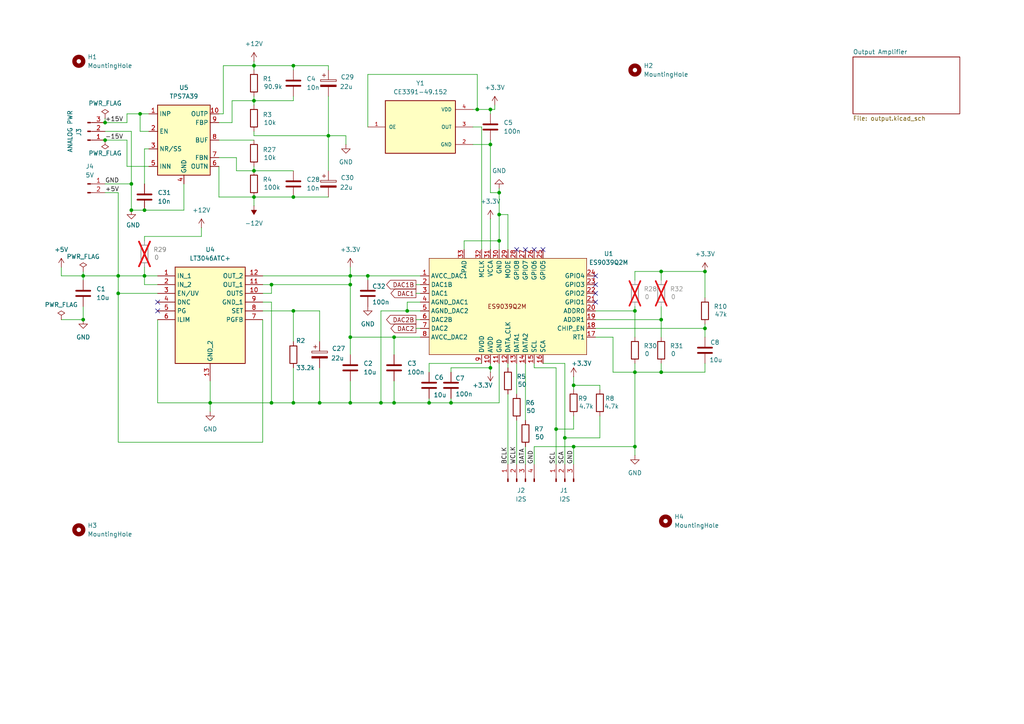
<source format=kicad_sch>
(kicad_sch (version 20250114) (generator "eeschema") (generator_version "9.0")
  (paper "A4")
  (lib_symbols
    (symbol "Connector:Conn_01x02_Pin" (pin_names (offset 1.016) (hide yes))
      (property "Reference" "J" (at 0 2.54 0))
      (property "Value" "Conn_01x02_Pin" (at 0 -5.08 0))
      (symbol "Conn_01x02_Pin_1_1"
        (rectangle (start 0.8636 0.127) (end 0 -0.127) (stroke (width 0.1524)) (fill (type outline)))
        (rectangle (start 0.8636 -2.413) (end 0 -2.667) (stroke (width 0.1524)) (fill (type outline)))
        (polyline (pts (xy 1.27 0) (xy 0.8636 0)) (stroke (width 0.1524)))
        (polyline (pts (xy 1.27 -2.54) (xy 0.8636 -2.54)) (stroke (width 0.1524)))
        (pin passive line (at 5.08 0 180) (length 3.81) (name "Pin_1") (number "1"))
        (pin passive line (at 5.08 -2.54 180) (length 3.81) (name "Pin_2") (number "2"))
      )
    )
    (symbol "Connector:Conn_01x03_Pin" (pin_names (offset 1.016) (hide yes))
      (property "Reference" "J" (at 0 5.08 0))
      (property "Value" "Conn_01x03_Pin" (at 0 -5.08 0))
      (symbol "Conn_01x03_Pin_1_1"
        (rectangle (start 0.8636 2.667) (end 0 2.413) (stroke (width 0.1524)) (fill (type outline)))
        (rectangle (start 0.8636 0.127) (end 0 -0.127) (stroke (width 0.1524)) (fill (type outline)))
        (rectangle (start 0.8636 -2.413) (end 0 -2.667) (stroke (width 0.1524)) (fill (type outline)))
        (polyline (pts (xy 1.27 2.54) (xy 0.8636 2.54)) (stroke (width 0.1524)))
        (polyline (pts (xy 1.27 0) (xy 0.8636 0)) (stroke (width 0.1524)))
        (polyline (pts (xy 1.27 -2.54) (xy 0.8636 -2.54)) (stroke (width 0.1524)))
        (pin passive line (at 5.08 2.54 180) (length 3.81) (name "Pin_1") (number "1"))
        (pin passive line (at 5.08 0 180) (length 3.81) (name "Pin_2") (number "2"))
        (pin passive line (at 5.08 -2.54 180) (length 3.81) (name "Pin_3") (number "3"))
      )
    )
    (symbol "Connector:Conn_01x04_Pin" (pin_names (offset 1.016) (hide yes))
      (property "Reference" "J" (at 0 5.08 0))
      (property "Value" "Conn_01x04_Pin" (at 0 -7.62 0))
      (symbol "Conn_01x04_Pin_1_1"
        (rectangle (start 0.8636 2.667) (end 0 2.413) (stroke (width 0.1524)) (fill (type outline)))
        (rectangle (start 0.8636 0.127) (end 0 -0.127) (stroke (width 0.1524)) (fill (type outline)))
        (rectangle (start 0.8636 -2.413) (end 0 -2.667) (stroke (width 0.1524)) (fill (type outline)))
        (rectangle (start 0.8636 -4.953) (end 0 -5.207) (stroke (width 0.1524)) (fill (type outline)))
        (polyline (pts (xy 1.27 2.54) (xy 0.8636 2.54)) (stroke (width 0.1524)))
        (polyline (pts (xy 1.27 0) (xy 0.8636 0)) (stroke (width 0.1524)))
        (polyline (pts (xy 1.27 -2.54) (xy 0.8636 -2.54)) (stroke (width 0.1524)))
        (polyline (pts (xy 1.27 -5.08) (xy 0.8636 -5.08)) (stroke (width 0.1524)))
        (pin passive line (at 5.08 2.54 180) (length 3.81) (name "Pin_1") (number "1"))
        (pin passive line (at 5.08 0 180) (length 3.81) (name "Pin_2") (number "2"))
        (pin passive line (at 5.08 -2.54 180) (length 3.81) (name "Pin_3") (number "3"))
        (pin passive line (at 5.08 -5.08 180) (length 3.81) (name "Pin_4") (number "4"))
      )
    )
    (symbol "Custom:CE33xx" (pin_names (offset 1.016))
      (property "Reference" "Y" (at -10.16 8.128 0))
      (property "Value" "CE33xx" (at -10.16 -10.16 0))
      (symbol "CE33xx_0_0"
        (rectangle (start -10.16 -7.62) (end 10.16 7.62) (stroke (width 0.254)) (fill (type background)))
        (pin input line (at -15.24 0 0) (length 5.08) (name "OE") (number "1"))
        (pin power_in line (at 15.24 5.08 180) (length 5.08) (name "VDD") (number "4"))
        (pin output line (at 15.24 0 180) (length 5.08) (name "OUT") (number "3"))
        (pin power_in line (at 15.24 -5.08 180) (length 5.08) (name "GND") (number "2"))
      )
    )
    (symbol "Custom:ES9039Q2M"
      (property "Reference" "U" (at 0 4.826 0))
      (symbol "ES9039Q2M_1_1"
        (rectangle (start -22.86 13.97) (end 22.86 -13.97) (fill (type background)))
        (text "ES9039Q2M" (at -0.254 0 0) (effects (font (size 1.27 1.27))))
        (pin power_in line (at -25.4 8.89 0) (length 2.54) (name "AVCC_DAC1") (number "1"))
        (pin output line (at -25.4 6.35 0) (length 2.54) (name "DAC1B") (number "2"))
        (pin output line (at -25.4 3.81 0) (length 2.54) (name "DAC1") (number "3"))
        (pin power_in line (at -25.4 1.27 0) (length 2.54) (name "AGND_DAC1") (number "4"))
        (pin power_in line (at -25.4 -1.27 0) (length 2.54) (name "AGND_DAC2") (number "5"))
        (pin output line (at -25.4 -3.81 0) (length 2.54) (name "DAC2B") (number "6"))
        (pin output line (at -25.4 -6.35 0) (length 2.54) (name "DAC2") (number "7"))
        (pin power_in line (at -25.4 -8.89 0) (length 2.54) (name "AVCC_DAC2") (number "8"))
        (pin power_in line (at -12.7 16.51 270) (length 2.54) (name "PAD") (number "33"))
        (pin bidirectional line (at -7.62 16.51 270) (length 2.54) (name "MCLK") (number "32"))
        (pin power_out line (at -7.62 -16.51 90) (length 2.54) (name "DVDD") (number "9"))
        (pin power_in line (at -5.08 16.51 270) (length 2.54) (name "VCCA") (number "31"))
        (pin power_in line (at -5.08 -16.51 90) (length 2.54) (name "AVDD") (number "10"))
        (pin power_in line (at -2.54 16.51 270) (length 2.54) (name "GND") (number "30"))
        (pin power_in line (at -2.54 -16.51 90) (length 2.54) (name "GND") (number "11"))
        (pin bidirectional line (at 0 16.51 270) (length 2.54) (name "MODE") (number "29"))
        (pin input line (at 0 -16.51 90) (length 2.54) (name "DATA_CLK") (number "12"))
        (pin bidirectional line (at 2.54 16.51 270) (length 2.54) (name "GPIO8") (number "28"))
        (pin input line (at 2.54 -16.51 90) (length 2.54) (name "DATA1") (number "13"))
        (pin bidirectional line (at 5.08 16.51 270) (length 2.54) (name "GPIO7") (number "27"))
        (pin input line (at 5.08 -16.51 90) (length 2.54) (name "DATA2") (number "14"))
        (pin bidirectional line (at 7.62 16.51 270) (length 2.54) (name "GPIO6") (number "26"))
        (pin input line (at 7.62 -16.51 90) (length 2.54) (name "SCL") (number "15"))
        (pin bidirectional line (at 10.16 16.51 270) (length 2.54) (name "GPIO5") (number "25"))
        (pin input line (at 10.16 -16.51 90) (length 2.54) (name "SCA") (number "16"))
        (pin bidirectional line (at 25.4 8.89 180) (length 2.54) (name "GPIO4") (number "24"))
        (pin bidirectional line (at 25.4 6.35 180) (length 2.54) (name "GPIO3") (number "23"))
        (pin bidirectional line (at 25.4 3.81 180) (length 2.54) (name "GPIO2") (number "22"))
        (pin bidirectional line (at 25.4 1.27 180) (length 2.54) (name "GPIO1") (number "21"))
        (pin input line (at 25.4 -1.27 180) (length 2.54) (name "ADDR0") (number "20"))
        (pin input line (at 25.4 -3.81 180) (length 2.54) (name "ADDR1") (number "19"))
        (pin input line (at 25.4 -6.35 180) (length 2.54) (name "CHIP_EN") (number "18"))
        (pin bidirectional line (at 25.4 -8.89 180) (length 2.54) (name "RT1") (number "17"))
      )
    )
    (symbol "Custom:LT3046ATC+"
      (property "Reference" "IC" (at 26.67 7.62 0))
      (property "Value" "LT3046ATC+" (at 26.67 5.08 0))
      (symbol "LT3046ATC+_1_1"
        (rectangle (start 5.08 2.54) (end 25.4 -25.4) (stroke (width 0.254)) (fill (type background)))
        (pin power_in line (at 0 0 0) (length 5.08) (name "IN_1") (number "1"))
        (pin power_in line (at 0 -2.54 0) (length 5.08) (name "IN_2") (number "2"))
        (pin input line (at 0 -5.08 0) (length 5.08) (name "EN/UV") (number "3"))
        (pin passive line (at 0 -7.62 0) (length 5.08) (name "DNC") (number "4"))
        (pin passive line (at 0 -10.16 0) (length 5.08) (name "PG") (number "5"))
        (pin passive line (at 0 -12.7 0) (length 5.08) (name "ILIM") (number "6"))
        (pin power_in line (at 15.24 -30.48 90) (length 5.08) (name "GND_2") (number "13"))
        (pin passive line (at 30.48 0 180) (length 5.08) (name "OUT_2") (number "12"))
        (pin power_out line (at 30.48 -2.54 180) (length 5.08) (name "OUT_1") (number "11"))
        (pin passive line (at 30.48 -5.08 180) (length 5.08) (name "OUTS") (number "10"))
        (pin power_in line (at 30.48 -7.62 180) (length 5.08) (name "GND_1") (number "9"))
        (pin input line (at 30.48 -10.16 180) (length 5.08) (name "SET") (number "8"))
        (pin passive line (at 30.48 -12.7 180) (length 5.08) (name "PGFB") (number "7"))
      )
    )
    (symbol "Device:C" (pin_numbers (hide yes)) (pin_names (offset 0.254))
      (property "Reference" "C" (at 0.635 2.54 0))
      (property "Value" "C" (at 0.635 -2.54 0))
      (symbol "C_0_1"
        (polyline (pts (xy -2.032 0.762) (xy 2.032 0.762)) (stroke (width 0.508)))
        (polyline (pts (xy -2.032 -0.762) (xy 2.032 -0.762)) (stroke (width 0.508)))
      )
      (symbol "C_1_1"
        (pin passive line (at 0 3.81 270) (length 2.794) (name "~") (number "1"))
        (pin passive line (at 0 -3.81 90) (length 2.794) (name "~") (number "2"))
      )
    )
    (symbol "Device:C_Polarized" (pin_numbers (hide yes)) (pin_names (offset 0.254))
      (property "Reference" "C" (at 0.635 2.54 0))
      (property "Value" "C_Polarized" (at 0.635 -2.54 0))
      (symbol "C_Polarized_0_1"
        (rectangle (start -2.286 0.508) (end 2.286 1.016))
        (polyline (pts (xy -1.778 2.286) (xy -0.762 2.286)))
        (polyline (pts (xy -1.27 2.794) (xy -1.27 1.778)))
        (rectangle (start 2.286 -0.508) (end -2.286 -1.016) (fill (type outline)))
      )
      (symbol "C_Polarized_1_1"
        (pin passive line (at 0 3.81 270) (length 2.794) (name "~") (number "1"))
        (pin passive line (at 0 -3.81 90) (length 2.794) (name "~") (number "2"))
      )
    )
    (symbol "Device:R" (pin_numbers (hide yes)) (pin_names (offset 0))
      (property "Reference" "R" (at 2.032 0 90))
      (property "Value" "R" (at 0 0 90))
      (symbol "R_0_1"
        (rectangle (start -1.016 -2.54) (end 1.016 2.54) (stroke (width 0.254)))
      )
      (symbol "R_1_1"
        (pin passive line (at 0 3.81 270) (length 1.27) (name "~") (number "1"))
        (pin passive line (at 0 -3.81 90) (length 1.27) (name "~") (number "2"))
      )
    )
    (symbol "Mechanical:MountingHole" (pin_names (offset 1.016)) (in_bom no)
      (property "Reference" "H" (at 0 5.08 0))
      (property "Value" "MountingHole" (at 0 3.175 0))
      (symbol "MountingHole_0_1"
        (circle (center 0 0) (radius 1.27) (stroke (width 1.27)))
      )
    )
    (symbol "Regulator_Linear:TPS7A39"
      (property "Reference" "U" (at 0 13.97 0))
      (property "Value" "TPS7A39" (at 0 11.43 0))
      (symbol "TPS7A39_1_1"
        (rectangle (start -7.62 10.16) (end 7.62 -10.16) (stroke (width 0.254)) (fill (type background)))
        (pin power_in line (at -10.16 7.62 0) (length 2.54) (name "INP") (number "1"))
        (pin input line (at -10.16 2.54 0) (length 2.54) (name "EN") (number "2"))
        (pin passive line (at -10.16 -2.54 0) (length 2.54) (name "NR/SS") (number "3"))
        (pin power_in line (at -10.16 -7.62 0) (length 2.54) (name "INN") (number "5"))
        (pin passive line (at 0 -12.7 90) (length 2.54) (hide yes) (name "GND") (number "11"))
        (pin power_in line (at 0 -12.7 90) (length 2.54) (name "GND") (number "4"))
        (pin power_out line (at 10.16 7.62 180) (length 2.54) (name "OUTP") (number "10"))
        (pin input line (at 10.16 5.08 180) (length 2.54) (name "FBP") (number "9"))
        (pin output line (at 10.16 0 180) (length 2.54) (name "BUF") (number "8"))
        (pin input line (at 10.16 -5.08 180) (length 2.54) (name "FBN") (number "7"))
        (pin power_out line (at 10.16 -7.62 180) (length 2.54) (name "OUTN") (number "6"))
      )
    )
    (symbol "power:+12V" (power) (pin_numbers (hide yes)) (pin_names (offset 0) (hide yes))
      (property "Value" "+12V" (at 0 3.556 0))
      (symbol "+12V_0_1"
        (polyline (pts (xy -0.762 1.27) (xy 0 2.54)))
        (polyline (pts (xy 0 2.54) (xy 0.762 1.27)))
        (polyline (pts (xy 0 0) (xy 0 2.54)))
      )
      (symbol "+12V_1_1"
        (pin power_in line (at 0 0 90) (length 0) (name "~") (number "1"))
      )
    )
    (symbol "power:+3.3V" (power) (pin_numbers (hide yes)) (pin_names (offset 0) (hide yes))
      (property "Value" "+3.3V" (at 0 3.556 0))
      (symbol "+3.3V_0_1"
        (polyline (pts (xy -0.762 1.27) (xy 0 2.54)))
        (polyline (pts (xy 0 2.54) (xy 0.762 1.27)))
        (polyline (pts (xy 0 0) (xy 0 2.54)))
      )
      (symbol "+3.3V_1_1"
        (pin power_in line (at 0 0 90) (length 0) (name "~") (number "1"))
      )
    )
    (symbol "power:+5V" (power) (pin_numbers (hide yes)) (pin_names (offset 0) (hide yes))
      (property "Value" "+5V" (at 0 3.556 0))
      (symbol "+5V_0_1"
        (polyline (pts (xy -0.762 1.27) (xy 0 2.54)))
        (polyline (pts (xy 0 2.54) (xy 0.762 1.27)))
        (polyline (pts (xy 0 0) (xy 0 2.54)))
      )
      (symbol "+5V_1_1"
        (pin power_in line (at 0 0 90) (length 0) (name "~") (number "1"))
      )
    )
    (symbol "power:-12V" (power) (pin_numbers (hide yes)) (pin_names (offset 0) (hide yes))
      (property "Value" "-12V" (at 0 3.556 0))
      (symbol "-12V_0_0"
        (pin power_in line (at 0 0 90) (length 0) (name "~") (number "1"))
      )
      (symbol "-12V_0_1"
        (polyline (pts (xy 0 0) (xy 0 1.27) (xy 0.762 1.27) (xy 0 2.54) (xy -0.762 1.27) (xy 0 1.27)) (fill (type outline)))
      )
    )
    (symbol "power:GND" (power) (pin_numbers (hide yes)) (pin_names (offset 0) (hide yes))
      (property "Value" "GND" (at 0 -3.81 0))
      (symbol "GND_0_1"
        (polyline (pts (xy 0 0) (xy 0 -1.27) (xy 1.27 -1.27) (xy 0 -2.54) (xy -1.27 -1.27) (xy 0 -1.27)))
      )
      (symbol "GND_1_1"
        (pin power_in line (at 0 0 270) (length 0) (name "~") (number "1"))
      )
    )
    (symbol "power:PWR_FLAG" (power) (pin_numbers (hide yes)) (pin_names (offset 0) (hide yes))
      (property "Value" "PWR_FLAG" (at 0 3.81 0))
      (symbol "PWR_FLAG_0_0"
        (pin power_out line (at 0 0 90) (length 0) (name "~") (number "1"))
      )
      (symbol "PWR_FLAG_0_1"
        (polyline (pts (xy 0 0) (xy 0 1.27) (xy -1.016 1.905) (xy 0 2.54) (xy 1.016 1.905) (xy 0 1.27)))
      )
    )
  )
  (junction (at 78.74 82.55))
  (junction (at 166.37 111.76))
  (junction (at 142.24 31.75))
  (junction (at 24.13 92.71))
  (junction (at 184.15 129.54))
  (junction (at 41.91 60.96))
  (junction (at 95.25 39.37))
  (junction (at 163.83 127))
  (junction (at 41.91 80.01))
  (junction (at 142.24 106.68))
  (junction (at 34.29 85.09))
  (junction (at 40.64 33.02))
  (junction (at 73.66 29.21))
  (junction (at 124.46 116.84))
  (junction (at 92.71 116.84))
  (junction (at 101.6 82.55))
  (junction (at 24.13 80.01))
  (junction (at 144.78 62.23))
  (junction (at 38.1 53.34))
  (junction (at 144.78 55.88))
  (junction (at 191.77 92.71))
  (junction (at 101.6 116.84))
  (junction (at 130.81 116.84))
  (junction (at 60.96 116.84))
  (junction (at 85.09 19.05))
  (junction (at 110.49 116.84))
  (junction (at 166.37 129.54))
  (junction (at 85.09 116.84))
  (junction (at 73.66 57.15))
  (junction (at 138.43 31.75))
  (junction (at 101.6 80.01))
  (junction (at 85.09 57.15))
  (junction (at 114.3 97.79))
  (junction (at 142.24 41.91))
  (junction (at 30.48 40.64))
  (junction (at 114.3 116.84))
  (junction (at 144.78 69.85))
  (junction (at 184.15 107.95))
  (junction (at 73.66 19.05))
  (junction (at 161.29 124.46))
  (junction (at 204.47 78.74))
  (junction (at 106.68 80.01))
  (junction (at 73.66 49.53))
  (junction (at 184.15 90.17))
  (junction (at 191.77 78.74))
  (junction (at 204.47 95.25))
  (junction (at 38.1 60.96))
  (junction (at 101.6 97.79))
  (junction (at 118.11 90.17))
  (junction (at 30.48 35.56))
  (junction (at 34.29 80.01))
  (junction (at 191.77 107.95))
  (junction (at 85.09 90.17))
  (junction (at 78.74 116.84))
  (no_connect (at 152.4 72.39))
  (no_connect (at 149.86 72.39))
  (no_connect (at 172.72 87.63))
  (no_connect (at 154.94 72.39))
  (no_connect (at 45.72 90.17))
  (no_connect (at 45.72 87.63))
  (no_connect (at 172.72 82.55))
  (no_connect (at 172.72 85.09))
  (no_connect (at 172.72 80.01))
  (no_connect (at 157.48 72.39))
  (wire (pts (xy 184.15 107.95) (xy 191.77 107.95)))
  (wire (pts (xy 92.71 99.06) (xy 92.71 90.17)))
  (wire (pts (xy 166.37 109.22) (xy 166.37 111.76)))
  (wire (pts (xy 184.15 105.41) (xy 184.15 107.95)))
  (wire (pts (xy 38.1 38.1) (xy 38.1 53.34)))
  (wire (pts (xy 76.2 87.63) (xy 78.74 87.63)))
  (wire (pts (xy 114.3 116.84) (xy 124.46 116.84)))
  (wire (pts (xy 138.43 21.59) (xy 138.43 31.75)))
  (wire (pts (xy 130.81 106.68) (xy 130.81 107.95)))
  (wire (pts (xy 144.78 54.61) (xy 144.78 55.88)))
  (wire (pts (xy 191.77 105.41) (xy 191.77 107.95)))
  (wire (pts (xy 43.18 43.18) (xy 41.91 43.18)))
  (wire (pts (xy 95.25 39.37) (xy 95.25 49.53)))
  (wire (pts (xy 163.83 105.41) (xy 163.83 127)))
  (wire (pts (xy 63.5 40.64) (xy 73.66 40.64)))
  (wire (pts (xy 142.24 106.68) (xy 130.81 106.68)))
  (wire (pts (xy 38.1 60.96) (xy 41.91 60.96)))
  (wire (pts (xy 152.4 105.41) (xy 152.4 121.92)))
  (wire (pts (xy 17.78 80.01) (xy 24.13 80.01)))
  (wire (pts (xy 85.09 90.17) (xy 85.09 99.06)))
  (wire (pts (xy 92.71 106.68) (xy 92.71 116.84)))
  (wire (pts (xy 101.6 116.84) (xy 110.49 116.84)))
  (wire (pts (xy 134.62 72.39) (xy 134.62 69.85)))
  (wire (pts (xy 24.13 80.01) (xy 34.29 80.01)))
  (wire (pts (xy 137.16 36.83) (xy 139.7 36.83)))
  (wire (pts (xy 163.83 127) (xy 163.83 134.62)))
  (wire (pts (xy 184.15 88.9) (xy 184.15 90.17)))
  (wire (pts (xy 41.91 80.01) (xy 41.91 82.55)))
  (wire (pts (xy 63.5 45.72) (xy 68.58 45.72)))
  (wire (pts (xy 114.3 110.49) (xy 114.3 116.84)))
  (wire (pts (xy 106.68 80.01) (xy 121.92 80.01)))
  (wire (pts (xy 78.74 85.09) (xy 78.74 82.55)))
  (wire (pts (xy 144.78 62.23) (xy 147.32 62.23)))
  (wire (pts (xy 73.66 19.05) (xy 73.66 20.32)))
  (wire (pts (xy 76.2 128.27) (xy 34.29 128.27)))
  (wire (pts (xy 120.65 85.09) (xy 121.92 85.09)))
  (wire (pts (xy 157.48 105.41) (xy 163.83 105.41)))
  (wire (pts (xy 30.48 34.29) (xy 30.48 35.56)))
  (wire (pts (xy 73.66 57.15) (xy 85.09 57.15)))
  (wire (pts (xy 17.78 77.47) (xy 17.78 80.01)))
  (wire (pts (xy 92.71 116.84) (xy 101.6 116.84)))
  (wire (pts (xy 149.86 105.41) (xy 149.86 114.3)))
  (wire (pts (xy 137.16 41.91) (xy 142.24 41.91)))
  (wire (pts (xy 73.66 39.37) (xy 73.66 38.1)))
  (wire (pts (xy 184.15 78.74) (xy 191.77 78.74)))
  (wire (pts (xy 73.66 57.15) (xy 63.5 57.15)))
  (wire (pts (xy 166.37 120.65) (xy 166.37 124.46)))
  (wire (pts (xy 142.24 55.88) (xy 144.78 55.88)))
  (wire (pts (xy 166.37 129.54) (xy 184.15 129.54)))
  (wire (pts (xy 173.99 127) (xy 163.83 127)))
  (wire (pts (xy 64.77 19.05) (xy 64.77 33.02)))
  (wire (pts (xy 63.5 57.15) (xy 63.5 48.26)))
  (wire (pts (xy 142.24 31.75) (xy 142.24 33.02)))
  (wire (pts (xy 36.83 48.26) (xy 43.18 48.26)))
  (wire (pts (xy 124.46 115.57) (xy 124.46 116.84)))
  (wire (pts (xy 76.2 90.17) (xy 85.09 90.17)))
  (wire (pts (xy 40.64 33.02) (xy 43.18 33.02)))
  (wire (pts (xy 41.91 80.01) (xy 45.72 80.01)))
  (wire (pts (xy 166.37 129.54) (xy 154.94 129.54)))
  (wire (pts (xy 144.78 69.85) (xy 144.78 72.39)))
  (wire (pts (xy 41.91 77.47) (xy 41.91 80.01)))
  (wire (pts (xy 184.15 107.95) (xy 184.15 129.54)))
  (wire (pts (xy 78.74 116.84) (xy 85.09 116.84)))
  (wire (pts (xy 120.65 82.55) (xy 121.92 82.55)))
  (wire (pts (xy 73.66 27.94) (xy 73.66 29.21)))
  (wire (pts (xy 34.29 55.88) (xy 34.29 80.01)))
  (wire (pts (xy 161.29 106.68) (xy 161.29 124.46)))
  (wire (pts (xy 30.48 55.88) (xy 34.29 55.88)))
  (wire (pts (xy 154.94 106.68) (xy 161.29 106.68)))
  (wire (pts (xy 95.25 19.05) (xy 95.25 20.32)))
  (wire (pts (xy 34.29 80.01) (xy 34.29 85.09)))
  (wire (pts (xy 138.43 31.75) (xy 142.24 31.75)))
  (wire (pts (xy 191.77 78.74) (xy 204.47 78.74)))
  (wire (pts (xy 64.77 33.02) (xy 63.5 33.02)))
  (wire (pts (xy 142.24 40.64) (xy 142.24 41.91)))
  (wire (pts (xy 110.49 90.17) (xy 110.49 116.84)))
  (wire (pts (xy 142.24 106.68) (xy 142.24 107.95)))
  (wire (pts (xy 41.91 69.85) (xy 41.91 68.58)))
  (wire (pts (xy 45.72 116.84) (xy 60.96 116.84)))
  (wire (pts (xy 36.83 40.64) (xy 36.83 48.26)))
  (wire (pts (xy 24.13 88.9) (xy 24.13 92.71)))
  (wire (pts (xy 114.3 97.79) (xy 121.92 97.79)))
  (wire (pts (xy 60.96 110.49) (xy 60.96 116.84)))
  (wire (pts (xy 53.34 53.34) (xy 53.34 60.96)))
  (wire (pts (xy 144.78 62.23) (xy 144.78 69.85)))
  (wire (pts (xy 173.99 111.76) (xy 166.37 111.76)))
  (wire (pts (xy 191.77 107.95) (xy 204.47 107.95)))
  (wire (pts (xy 106.68 81.28) (xy 106.68 80.01)))
  (wire (pts (xy 139.7 105.41) (xy 124.46 105.41)))
  (wire (pts (xy 85.09 20.32) (xy 85.09 19.05)))
  (wire (pts (xy 101.6 97.79) (xy 101.6 102.87)))
  (wire (pts (xy 36.83 33.02) (xy 40.64 33.02)))
  (wire (pts (xy 142.24 105.41) (xy 142.24 106.68)))
  (wire (pts (xy 101.6 97.79) (xy 114.3 97.79)))
  (wire (pts (xy 204.47 93.98) (xy 204.47 95.25)))
  (wire (pts (xy 204.47 78.74) (xy 204.47 86.36)))
  (wire (pts (xy 154.94 105.41) (xy 154.94 106.68)))
  (wire (pts (xy 30.48 40.64) (xy 36.83 40.64)))
  (wire (pts (xy 40.64 33.02) (xy 40.64 38.1)))
  (wire (pts (xy 64.77 19.05) (xy 73.66 19.05)))
  (wire (pts (xy 137.16 31.75) (xy 138.43 31.75)))
  (wire (pts (xy 73.66 39.37) (xy 95.25 39.37)))
  (wire (pts (xy 110.49 90.17) (xy 118.11 90.17)))
  (wire (pts (xy 17.78 92.71) (xy 24.13 92.71)))
  (wire (pts (xy 60.96 116.84) (xy 60.96 119.38)))
  (wire (pts (xy 76.2 82.55) (xy 78.74 82.55)))
  (wire (pts (xy 204.47 95.25) (xy 172.72 95.25)))
  (wire (pts (xy 45.72 82.55) (xy 41.91 82.55)))
  (wire (pts (xy 68.58 45.72) (xy 68.58 49.53)))
  (wire (pts (xy 36.83 33.02) (xy 36.83 35.56)))
  (wire (pts (xy 142.24 55.88) (xy 142.24 41.91)))
  (wire (pts (xy 121.92 87.63) (xy 118.11 87.63)))
  (wire (pts (xy 76.2 80.01) (xy 101.6 80.01)))
  (wire (pts (xy 73.66 59.69) (xy 73.66 57.15)))
  (wire (pts (xy 130.81 116.84) (xy 144.78 116.84)))
  (wire (pts (xy 73.66 49.53) (xy 85.09 49.53)))
  (wire (pts (xy 101.6 80.01) (xy 101.6 82.55)))
  (wire (pts (xy 101.6 110.49) (xy 101.6 116.84)))
  (wire (pts (xy 24.13 78.74) (xy 24.13 80.01)))
  (wire (pts (xy 147.32 105.41) (xy 147.32 106.68)))
  (wire (pts (xy 41.91 43.18) (xy 41.91 53.34)))
  (wire (pts (xy 152.4 129.54) (xy 152.4 134.62)))
  (wire (pts (xy 67.31 29.21) (xy 67.31 35.56)))
  (wire (pts (xy 106.68 36.83) (xy 106.68 21.59)))
  (wire (pts (xy 118.11 87.63) (xy 118.11 90.17)))
  (wire (pts (xy 144.78 105.41) (xy 144.78 116.84)))
  (wire (pts (xy 95.25 39.37) (xy 100.33 39.37)))
  (wire (pts (xy 120.65 95.25) (xy 121.92 95.25)))
  (wire (pts (xy 67.31 29.21) (xy 73.66 29.21)))
  (wire (pts (xy 73.66 17.78) (xy 73.66 19.05)))
  (wire (pts (xy 204.47 95.25) (xy 204.47 97.79)))
  (wire (pts (xy 41.91 60.96) (xy 53.34 60.96)))
  (wire (pts (xy 161.29 124.46) (xy 166.37 124.46)))
  (wire (pts (xy 30.48 35.56) (xy 36.83 35.56)))
  (wire (pts (xy 73.66 19.05) (xy 85.09 19.05)))
  (wire (pts (xy 177.8 107.95) (xy 184.15 107.95)))
  (wire (pts (xy 204.47 105.41) (xy 204.47 107.95)))
  (wire (pts (xy 73.66 29.21) (xy 85.09 29.21)))
  (wire (pts (xy 85.09 57.15) (xy 95.25 57.15)))
  (wire (pts (xy 24.13 81.28) (xy 24.13 80.01)))
  (wire (pts (xy 142.24 31.75) (xy 143.51 31.75)))
  (wire (pts (xy 85.09 106.68) (xy 85.09 116.84)))
  (wire (pts (xy 34.29 80.01) (xy 41.91 80.01)))
  (wire (pts (xy 143.51 30.48) (xy 143.51 31.75)))
  (wire (pts (xy 191.77 78.74) (xy 191.77 81.28)))
  (wire (pts (xy 34.29 128.27) (xy 34.29 85.09)))
  (wire (pts (xy 78.74 82.55) (xy 101.6 82.55)))
  (wire (pts (xy 166.37 134.62) (xy 166.37 129.54)))
  (wire (pts (xy 124.46 116.84) (xy 130.81 116.84)))
  (wire (pts (xy 172.72 92.71) (xy 191.77 92.71)))
  (wire (pts (xy 95.25 27.94) (xy 95.25 39.37)))
  (wire (pts (xy 43.18 38.1) (xy 40.64 38.1)))
  (wire (pts (xy 58.42 66.04) (xy 58.42 68.58)))
  (wire (pts (xy 106.68 21.59) (xy 138.43 21.59)))
  (wire (pts (xy 130.81 115.57) (xy 130.81 116.84)))
  (wire (pts (xy 142.24 63.5) (xy 142.24 72.39)))
  (wire (pts (xy 191.77 92.71) (xy 191.77 97.79)))
  (wire (pts (xy 101.6 77.47) (xy 101.6 80.01)))
  (wire (pts (xy 173.99 113.03) (xy 173.99 111.76)))
  (wire (pts (xy 76.2 92.71) (xy 76.2 128.27)))
  (wire (pts (xy 166.37 111.76) (xy 166.37 113.03)))
  (wire (pts (xy 173.99 120.65) (xy 173.99 127)))
  (wire (pts (xy 184.15 90.17) (xy 184.15 97.79)))
  (wire (pts (xy 41.91 68.58) (xy 58.42 68.58)))
  (wire (pts (xy 92.71 90.17) (xy 85.09 90.17)))
  (wire (pts (xy 73.66 29.21) (xy 73.66 30.48)))
  (wire (pts (xy 67.31 35.56) (xy 63.5 35.56)))
  (wire (pts (xy 30.48 38.1) (xy 38.1 38.1)))
  (wire (pts (xy 191.77 88.9) (xy 191.77 92.71)))
  (wire (pts (xy 118.11 90.17) (xy 121.92 90.17)))
  (wire (pts (xy 149.86 121.92) (xy 149.86 134.62)))
  (wire (pts (xy 38.1 53.34) (xy 38.1 60.96)))
  (wire (pts (xy 147.32 114.3) (xy 147.32 134.62)))
  (wire (pts (xy 114.3 97.79) (xy 114.3 102.87)))
  (wire (pts (xy 124.46 105.41) (xy 124.46 107.95)))
  (wire (pts (xy 60.96 116.84) (xy 78.74 116.84)))
  (wire (pts (xy 177.8 97.79) (xy 177.8 107.95)))
  (wire (pts (xy 147.32 72.39) (xy 147.32 62.23)))
  (wire (pts (xy 68.58 49.53) (xy 73.66 49.53)))
  (wire (pts (xy 78.74 87.63) (xy 78.74 116.84)))
  (wire (pts (xy 134.62 69.85) (xy 144.78 69.85)))
  (wire (pts (xy 110.49 116.84) (xy 114.3 116.84)))
  (wire (pts (xy 85.09 116.84) (xy 92.71 116.84)))
  (wire (pts (xy 30.48 53.34) (xy 38.1 53.34)))
  (wire (pts (xy 120.65 92.71) (xy 121.92 92.71)))
  (wire (pts (xy 144.78 55.88) (xy 144.78 62.23)))
  (wire (pts (xy 139.7 36.83) (xy 139.7 72.39)))
  (wire (pts (xy 85.09 27.94) (xy 85.09 29.21)))
  (wire (pts (xy 154.94 129.54) (xy 154.94 134.62)))
  (wire (pts (xy 101.6 82.55) (xy 101.6 97.79)))
  (wire (pts (xy 85.09 19.05) (xy 95.25 19.05)))
  (wire (pts (xy 73.66 48.26) (xy 73.66 49.53)))
  (wire (pts (xy 172.72 97.79) (xy 177.8 97.79)))
  (wire (pts (xy 184.15 129.54) (xy 184.15 132.08)))
  (wire (pts (xy 101.6 80.01) (xy 106.68 80.01)))
  (wire (pts (xy 45.72 92.71) (xy 45.72 116.84)))
  (wire (pts (xy 184.15 81.28) (xy 184.15 78.74)))
  (wire (pts (xy 172.72 90.17) (xy 184.15 90.17)))
  (wire (pts (xy 161.29 124.46) (xy 161.29 134.62)))
  (wire (pts (xy 76.2 85.09) (xy 78.74 85.09)))
  (wire (pts (xy 100.33 39.37) (xy 100.33 41.91)))
  (wire (pts (xy 34.29 85.09) (xy 45.72 85.09)))
  (label "SCL" (at 161.29 134.62 90))
  (label "WCLK" (at 149.86 134.62 90))
  (label "DATA" (at 152.4 134.62 90))
  (label "+15V" (at 30.48 35.56 0))
  (label "GND" (at 30.48 53.34 0))
  (label "SCA" (at 163.83 134.62 90))
  (label "+5V" (at 30.48 55.88 0))
  (label "-15V" (at 30.48 40.64 0))
  (label "BCLK" (at 147.32 134.62 90))
  (label "GND" (at 166.37 134.62 90))
  (label "GND" (at 154.94 134.62 90))
  (global_label "DAC1" (shape output) (at 120.65 85.09 180) (property "Intersheetrefs" "${INTERSHEET_REFS}" (effects (hide yes))))
  (global_label "DAC1B" (shape output) (at 120.65 82.55 180) (property "Intersheetrefs" "${INTERSHEET_REFS}" (effects (hide yes))))
  (global_label "DAC2" (shape output) (at 120.65 95.25 180) (property "Intersheetrefs" "${INTERSHEET_REFS}" (effects (hide yes))))
  (global_label "DAC2B" (shape output) (at 120.65 92.71 180) (property "Intersheetrefs" "${INTERSHEET_REFS}" (effects (hide yes))))
  (symbol (lib_id "power:GND") (at 184.15 132.08 0) (unit 1)
    (property "Reference" "#PWR03" (effects (hide yes)))
    (property "Value" "GND" (at 184.15 137.16 0))
    (property "Description" "Power symbol creates a global label with name \"GND\" , ground" (effects (hide yes)))
  )
  (symbol (lib_id "Device:C") (at 85.09 53.34 0) (unit 1)
    (property "Reference" "C28" (at 88.9 52.0699 0) (effects (justify left)))
    (property "Value" "10n" (at 88.9 54.6099 0) (effects (justify left)))
    (property "Footprint" "Capacitor_SMD:C_0603_1608Metric" (effects (hide yes)))
    (property "Description" "06035A103JAT2A" (effects (hide yes)))
    (property "Vendor" "Kyocera" (effects (hide yes)))
  )
  (symbol (lib_id "Mechanical:MountingHole") (at 193.04 151.13 0) (unit 1) (in_bom no)
    (property "Reference" "H4" (at 195.58 149.8599 0) (effects (justify left)))
    (property "Value" "MountingHole" (at 195.58 152.3999 0) (effects (justify left)))
    (property "Description" "Mounting Hole without connection" (effects (hide yes)))
  )
  (symbol (lib_id "Device:C") (at 106.68 85.09 0) (unit 1)
    (property "Reference" "C32" (at 107.95 83.058 0) (effects (justify left)))
    (property "Value" "100n" (at 107.95 87.63 0) (effects (justify left)))
    (property "Footprint" "Capacitor_SMD:C_0402_1005Metric" (effects (hide yes)))
    (property "Description" "GRM02YD70E104ME01L" (effects (hide yes)))
    (property "Vendor" "Murata" (effects (hide yes)))
  )
  (symbol (lib_id "Device:R") (at 73.66 53.34 0) (unit 1)
    (property "Reference" "R4" (at 76.2 52.0699 0) (effects (justify left)))
    (property "Value" "100k" (at 76.454 54.356 0) (effects (justify left)))
    (property "Footprint" "Resistor_SMD:R_0603_1608Metric_Pad0.98x0.95mm_HandSolder" (effects (hide yes)))
    (property "Description" "RT0603BRD07100KL" (effects (hide yes)))
    (property "Vendor" "Yaego" (effects (hide yes)))
  )
  (symbol (lib_id "Connector:Conn_01x04_Pin") (at 149.86 139.7 90) (unit 1)
    (property "Reference" "J2" (at 151.13 142.24 90))
    (property "Value" "I2S" (at 151.13 144.78 90))
    (property "Footprint" "Connector_JST:JST_PH_B4B-PH-K_1x04_P2.00mm_Vertical" (effects (hide yes)))
    (property "Description" "Generic connector, single row, 01x04, script generated" (effects (hide yes)))
    (property "Vendor" "Amazon" (effects (hide yes)))
  )
  (symbol (lib_id "Mechanical:MountingHole") (at 184.15 20.32 0) (unit 1) (in_bom no)
    (property "Reference" "H2" (at 186.69 19.0499 0) (effects (justify left)))
    (property "Value" "MountingHole" (at 186.69 21.5899 0) (effects (justify left)))
    (property "Description" "Mounting Hole without connection" (effects (hide yes)))
  )
  (symbol (lib_id "power:+3.3V") (at 142.24 63.5 0) (unit 1)
    (property "Reference" "#PWR011" (effects (hide yes)))
    (property "Value" "+3.3V" (at 142.24 58.42 0))
    (property "Description" "Power symbol creates a global label with name \"+3.3V\"" (effects (hide yes)))
  )
  (symbol (lib_id "Device:R") (at 149.86 118.11 0) (unit 1)
    (property "Reference" "R6" (at 152.4 116.8399 0) (effects (justify left)))
    (property "Value" "50" (at 152.654 119.126 0) (effects (justify left)))
    (property "Footprint" "Resistor_SMD:R_0603_1608Metric_Pad0.98x0.95mm_HandSolder" (effects (hide yes)))
    (property "Description" "RT0603BRE0750RL" (effects (hide yes)))
  )
  (symbol (lib_id "power:PWR_FLAG") (at 30.48 34.29 0) (unit 1)
    (property "Reference" "#FLG01" (effects (hide yes)))
    (property "Value" "PWR_FLAG" (at 30.48 29.972 0))
    (property "Description" "Special symbol for telling ERC where power comes from" (effects (hide yes)))
  )
  (symbol (lib_id "Device:C") (at 130.81 111.76 0) (unit 1)
    (property "Reference" "C7" (at 132.08 109.728 0) (effects (justify left)))
    (property "Value" "100n" (at 132.08 114.3 0) (effects (justify left)))
    (property "Footprint" "Capacitor_SMD:C_0402_1005Metric" (effects (hide yes)))
    (property "Description" "GRM02YD70E104ME01L" (effects (hide yes)))
    (property "Vendor" "Murata" (effects (hide yes)))
  )
  (symbol (lib_id "power:GND") (at 24.13 92.71 0) (unit 1)
    (property "Reference" "#PWR05" (effects (hide yes)))
    (property "Value" "GND" (at 24.13 97.79 0))
    (property "Description" "Power symbol creates a global label with name \"GND\" , ground" (effects (hide yes)))
  )
  (symbol (lib_id "power:+12V") (at 73.66 17.78 0) (unit 1)
    (property "Reference" "#PWR02" (effects (hide yes)))
    (property "Value" "+12V" (at 73.66 12.7 0))
    (property "Description" "Power symbol creates a global label with name \"+12V\"" (effects (hide yes)))
  )
  (symbol (lib_id "power:GND") (at 60.96 119.38 0) (unit 1)
    (property "Reference" "#PWR07" (effects (hide yes)))
    (property "Value" "GND" (at 60.96 124.46 0))
    (property "Description" "Power symbol creates a global label with name \"GND\" , ground" (effects (hide yes)))
  )
  (symbol (lib_id "Device:R") (at 173.99 116.84 0) (unit 1) (in_bom no)
    (property "Reference" "R8" (at 175.514 115.57 0) (effects (justify left)))
    (property "Value" "4.7k" (at 175.26 117.856 0) (effects (justify left)))
    (property "Footprint" "Resistor_SMD:R_0603_1608Metric_Pad0.98x0.95mm_HandSolder" (effects (hide yes)))
    (property "Description" "ERA-1AEB472C" (effects (hide yes)))
    (property "Vendor" "Panasonic" (effects (hide yes)))
  )
  (symbol (lib_id "power:PWR_FLAG") (at 24.13 78.74 0) (unit 1)
    (property "Reference" "#FLG03" (effects (hide yes)))
    (property "Value" "PWR_FLAG" (at 24.13 74.422 0))
    (property "Description" "Special symbol for telling ERC where power comes from" (effects (hide yes)))
  )
  (symbol (lib_id "Custom:ES9039Q2M") (at 147.32 88.9 0) (unit 1)
    (property "Reference" "U1" (at 176.53 73.5898 0))
    (property "Value" "ES9039Q2M" (at 176.53 76.1298 0))
    (property "Footprint" "Package_DFN_QFN:UFQFPN-32-1EP_5x5mm_P0.5mm_EP3.5x3.5mm" (effects (hide yes)))
    (property "Description" "ES9039Q2M" (effects (hide yes)))
    (property "Vendor" "ESS" (effects (hide yes)))
  )
  (symbol (lib_id "Custom:LT3046ATC+") (at 45.72 80.01 0) (unit 1)
    (property "Reference" "U4" (at 60.96 72.39 0))
    (property "Value" "LT3046ATC+" (at 60.96 74.93 0))
    (property "Footprint" "Custom:SON45P300X300X80-13N-D" (effects (hide yes)))
    (property "Datasheet" "https://www.mouser.in/datasheet/2/609/lt3046-3402305.pdf" (effects (hide yes)))
    (property "Description" "TPS7A3901DSCR" (effects (hide yes)))
    (property "Height" "0.8" (effects (hide yes)))
    (property "Mouser Part Number" "700-LT3046ATC+" (effects (hide yes)))
    (property "Mouser Price/Stock" "https://www.mouser.co.uk/ProductDetail/Analog-Devices-Maxim-Integrated/LT3046ATC%2b?qs=Z%252BL2brAPG1Lpcz07dP7p%2FQ%3D%3D" (effects (hide yes)))
    (property "Manufacturer_Name" "Analog Devices" (effects (hide yes)))
    (property "Manufacturer_Part_Number" "LT3046ATC+" (effects (hide yes)))
    (property "Vendor" "TI" (effects (hide yes)))
  )
  (symbol (lib_id "Device:R") (at 73.66 44.45 180) (unit 1)
    (property "Reference" "R27" (at 76.2 43.434 0) (effects (justify right)))
    (property "Value" "10k" (at 76.454 45.7201 0) (effects (justify right)))
    (property "Footprint" "Resistor_SMD:R_0603_1608Metric_Pad0.98x0.95mm_HandSolder" (effects (hide yes)))
    (property "Description" "RT0603FRE1310KL" (effects (hide yes)))
    (property "Vendor" "Yaego" (effects (hide yes)))
  )
  (symbol (lib_id "Device:R") (at 191.77 101.6 0) (unit 1)
    (property "Reference" "R31" (at 194.31 100.3299 0) (effects (justify left)))
    (property "Value" "0" (at 194.564 102.616 0) (effects (justify left)))
    (property "Footprint" "Resistor_SMD:R_0603_1608Metric_Pad0.98x0.95mm_HandSolder" (effects (hide yes)))
    (property "Description" "RC0603JR-070RL" (effects (hide yes)))
    (property "Vendor" "Yaego" (effects (hide yes)))
  )
  (symbol (lib_id "Device:C") (at 101.6 106.68 0) (unit 1)
    (property "Reference" "C2" (at 105.41 105.4099 0) (effects (justify left)))
    (property "Value" "10u" (at 105.41 107.9499 0) (effects (justify left)))
    (property "Footprint" "Capacitor_SMD:C_0805_2012Metric" (effects (hide yes)))
    (property "Description" "0805X7R106KT1AT" (effects (hide yes)))
    (property "Vendor" "Kyocera" (effects (hide yes)))
  )
  (symbol (lib_id "power:-12V") (at 73.66 59.69 180) (unit 1)
    (property "Reference" "#PWR08" (effects (hide yes)))
    (property "Value" "-12V" (at 73.66 64.77 0))
    (property "Description" "Power symbol creates a global label with name \"-12V\"" (effects (hide yes)))
  )
  (symbol (lib_id "Device:C_Polarized") (at 95.25 53.34 0) (unit 1)
    (property "Reference" "C30" (at 98.806 51.562 0) (effects (justify left)))
    (property "Value" "22u" (at 98.552 54.356 0) (effects (justify left)))
    (property "Footprint" "Capacitor_Tantalum_SMD:CP_EIA-3216-10_Kemet-I_HandSolder" (effects (hide yes)))
    (property "Description" "TCTAL1D226M8R-V1" (effects (hide yes)))
    (property "Vendor" "Kyocera" (effects (hide yes)))
  )
  (symbol (lib_id "Device:R") (at 184.15 85.09 0) (unit 1) (dnp yes)
    (property "Reference" "R28" (at 186.69 83.8199 0) (effects (justify left)))
    (property "Value" "0" (at 186.944 86.106 0) (effects (justify left)))
    (property "Footprint" "Resistor_SMD:R_0603_1608Metric_Pad0.98x0.95mm_HandSolder" (effects (hide yes)))
    (property "Description" "RC0603JR-070RL" (effects (hide yes)))
    (property "Vendor" "Yaego" (effects (hide yes)))
  )
  (symbol (lib_id "Mechanical:MountingHole") (at 22.86 153.67 0) (unit 1) (in_bom no)
    (property "Reference" "H3" (at 25.4 152.3999 0) (effects (justify left)))
    (property "Value" "MountingHole" (at 25.4 154.9399 0) (effects (justify left)))
    (property "Description" "Mounting Hole without connection" (effects (hide yes)))
  )
  (symbol (lib_id "Device:C") (at 142.24 36.83 0) (unit 1)
    (property "Reference" "C5" (at 146.05 35.5599 0) (effects (justify left)))
    (property "Value" "100n" (at 146.05 38.0999 0) (effects (justify left)))
    (property "Footprint" "Capacitor_SMD:C_0603_1608Metric" (effects (hide yes)))
    (property "Description" "06035A104JAT2A" (effects (hide yes)))
    (property "Vendor" "Kyocera" (effects (hide yes)))
  )
  (symbol (lib_id "Device:R") (at 41.91 73.66 0) (unit 1) (dnp yes)
    (property "Reference" "R29" (at 44.45 72.3899 0) (effects (justify left)))
    (property "Value" "0" (at 44.704 74.676 0) (effects (justify left)))
    (property "Footprint" "Resistor_SMD:R_0603_1608Metric_Pad0.98x0.95mm_HandSolder" (effects (hide yes)))
    (property "Description" "RC0603JR-070RL" (effects (hide yes)))
    (property "Vendor" "Yaego" (effects (hide yes)))
  )
  (symbol (lib_id "power:PWR_FLAG") (at 30.48 40.64 180) (unit 1)
    (property "Reference" "#FLG02" (effects (hide yes)))
    (property "Value" "PWR_FLAG" (at 30.48 44.45 0))
    (property "Description" "Special symbol for telling ERC where power comes from" (effects (hide yes)))
  )
  (symbol (lib_id "Device:R") (at 73.66 34.29 180) (unit 1)
    (property "Reference" "R3" (at 76.2 33.274 0) (effects (justify right)))
    (property "Value" "10k" (at 76.454 35.5601 0) (effects (justify right)))
    (property "Footprint" "Resistor_SMD:R_0603_1608Metric_Pad0.98x0.95mm_HandSolder" (effects (hide yes)))
    (property "Description" "RT0603FRE1310KL" (effects (hide yes)))
    (property "Vendor" "Yaego" (effects (hide yes)))
  )
  (symbol (lib_id "Regulator_Linear:TPS7A39") (at 53.34 40.64 0) (unit 1)
    (property "Reference" "U5" (at 53.34 25.4 0))
    (property "Value" "TPS7A39" (at 53.34 27.94 0))
    (property "Footprint" "Package_SON:Texas_S-PVSON-N10_ThermalVias" (effects (hide yes)))
    (property "Datasheet" "https://www.ti.com/lit/ds/symlink/tps7a39.pdf" (effects (hide yes)))
    (property "Description" "Dual, 150-mA, ±3.3V to ±33V Input, +1.2V to +30V and -30V to 0V Output, Wide VIN Positive and Negative LDO Voltage Regulator, 3x3mm WSON-10 package" (effects (hide yes)))
  )
  (symbol (lib_id "Device:C_Polarized") (at 95.25 24.13 0) (unit 1)
    (property "Reference" "C29" (at 98.806 22.352 0) (effects (justify left)))
    (property "Value" "22u" (at 98.552 25.146 0) (effects (justify left)))
    (property "Footprint" "Capacitor_Tantalum_SMD:CP_EIA-3216-10_Kemet-I_HandSolder" (effects (hide yes)))
    (property "Description" "TCTAL1D226M8R-V1" (effects (hide yes)))
    (property "Vendor" "Kyocera" (effects (hide yes)))
  )
  (symbol (lib_id "Device:R") (at 204.47 90.17 0) (unit 1)
    (property "Reference" "R10" (at 207.01 88.8999 0) (effects (justify left)))
    (property "Value" "47k" (at 207.264 91.186 0) (effects (justify left)))
    (property "Footprint" "Resistor_SMD:R_0603_1608Metric_Pad0.98x0.95mm_HandSolder" (effects (hide yes)))
    (property "Description" "ERA-3AEB473V" (effects (hide yes)))
    (property "Vendor" "Panasonic" (effects (hide yes)))
  )
  (symbol (lib_id "Device:C") (at 41.91 57.15 0) (unit 1)
    (property "Reference" "C31" (at 45.72 55.8799 0) (effects (justify left)))
    (property "Value" "10n" (at 45.72 58.4199 0) (effects (justify left)))
    (property "Footprint" "Capacitor_SMD:C_0603_1608Metric" (effects (hide yes)))
    (property "Description" "06035A103JAT2A" (effects (hide yes)))
    (property "Vendor" "Kyocera" (effects (hide yes)))
  )
  (symbol (lib_id "Device:R") (at 73.66 24.13 0) (unit 1)
    (property "Reference" "R1" (at 76.2 22.8599 0) (effects (justify left)))
    (property "Value" "90.9k" (at 76.454 25.146 0) (effects (justify left)))
    (property "Footprint" "Resistor_SMD:R_0603_1608Metric_Pad0.98x0.95mm_HandSolder" (effects (hide yes)))
    (property "Description" "AT0603BRD0790K9L" (effects (hide yes)))
    (property "Vendor" "Yaego" (effects (hide yes)))
  )
  (symbol (lib_id "power:+12V") (at 58.42 66.04 0) (unit 1)
    (property "Reference" "#PWR025" (effects (hide yes)))
    (property "Value" "+12V" (at 58.42 60.96 0))
    (property "Description" "Power symbol creates a global label with name \"+12V\"" (effects (hide yes)))
  )
  (symbol (lib_id "Device:R") (at 166.37 116.84 0) (unit 1) (in_bom no)
    (property "Reference" "R9" (at 167.64 115.5699 0) (effects (justify left)))
    (property "Value" "4.7k" (at 167.894 117.856 0) (effects (justify left)))
    (property "Footprint" "Resistor_SMD:R_0603_1608Metric_Pad0.98x0.95mm_HandSolder" (effects (hide yes)))
    (property "Description" "ERA-1AEB472C" (effects (hide yes)))
    (property "Vendor" "Panasonic" (effects (hide yes)))
  )
  (symbol (lib_id "power:GND") (at 100.33 41.91 0) (unit 1)
    (property "Reference" "#PWR024" (effects (hide yes)))
    (property "Value" "GND" (at 100.33 46.99 0))
    (property "Description" "Power symbol creates a global label with name \"GND\" , ground" (effects (hide yes)))
  )
  (symbol (lib_id "Device:C") (at 24.13 85.09 0) (unit 1)
    (property "Reference" "C1" (at 27.94 83.8199 0) (effects (justify left)))
    (property "Value" "10u" (at 27.94 86.3599 0) (effects (justify left)))
    (property "Footprint" "Capacitor_SMD:C_0805_2012Metric" (effects (hide yes)))
    (property "Description" "0805X7R106KT1AT" (effects (hide yes)))
    (property "Vendor" "Kyocera" (effects (hide yes)))
  )
  (symbol (lib_id "Device:R") (at 184.15 101.6 0) (unit 1)
    (property "Reference" "R30" (at 186.69 100.3299 0) (effects (justify left)))
    (property "Value" "0" (at 186.944 102.616 0) (effects (justify left)))
    (property "Footprint" "Resistor_SMD:R_0603_1608Metric_Pad0.98x0.95mm_HandSolder" (effects (hide yes)))
    (property "Description" "RC0603JR-070RL" (effects (hide yes)))
    (property "Vendor" "Yaego" (effects (hide yes)))
  )
  (symbol (lib_id "power:+3.3V") (at 143.51 30.48 0) (unit 1)
    (property "Reference" "#PWR09" (effects (hide yes)))
    (property "Value" "+3.3V" (at 143.51 25.4 0))
    (property "Description" "Power symbol creates a global label with name \"+3.3V\"" (effects (hide yes)))
  )
  (symbol (lib_id "Device:C_Polarized") (at 92.71 102.87 0) (unit 1)
    (property "Reference" "C27" (at 96.266 101.092 0) (effects (justify left)))
    (property "Value" "22u" (at 96.012 103.886 0) (effects (justify left)))
    (property "Footprint" "Capacitor_Tantalum_SMD:CP_EIA-3216-10_Kemet-I_HandSolder" (effects (hide yes)))
    (property "Description" "TCTAL1D226M8R-V1" (effects (hide yes)))
    (property "Vendor" "Kyocera" (effects (hide yes)))
  )
  (symbol (lib_id "Custom:CE33xx") (at 121.92 36.83 0) (unit 1)
    (property "Reference" "Y1" (at 121.92 24.13 0))
    (property "Value" "CE3391-49.152" (at 121.92 26.67 0))
    (property "Footprint" "Oscillator:Oscillator_SMD_Diodes_FN-4Pin_7.0x5.0mm" (effects (hide yes)))
    (property "Description" "CE3391-49.152" (effects (hide yes)))
    (property "MF" "SiTIME" (effects (hide yes)))
    (property "MAXIMUM_PACKAGE_HEIGHT" "0.8 mm" (effects (hide yes)))
    (property "Package" "NON STANDARD-4 Rochester Electronics" (effects (hide yes)))
    (property "Price" "None" (effects (hide yes)))
    (property "Check_prices" "https://www.snapeda.com/parts/SIT8209AI-G1-25E-156.253906Y/SiTime/view-part/?ref=eda" (effects (hide yes)))
    (property "STANDARD" "Manufacturer Recommendations" (effects (hide yes)))
    (property "PARTREV" "NA" (effects (hide yes)))
    (property "SnapEDA_Link" "https://www.snapeda.com/parts/SIT8209AI-G1-25E-156.253906Y/SiTime/view-part/?ref=snap" (effects (hide yes)))
    (property "MP" "SIT8209AI-G1-25E-156.253906Y" (effects (hide yes)))
    (property "Purchase-URL" "https://www.snapeda.com/api/url_track_click_mouser/?unipart_id=12365009&manufacturer=SiTIME&part_name=SIT8209AI-G1-25E-156.253906Y&search_term=c3391" (effects (hide yes)))
    (property "Description_1" "MEMS OSC XO 156.253906MHZ LVCMOS" (effects (hide yes)))
    (property "Availability" "Not in stock" (effects (hide yes)))
    (property "MANUFACTURER" "SITIME" (effects (hide yes)))
    (property "Vendor" "Crystek" (effects (hide yes)))
  )
  (symbol (lib_id "power:GND") (at 106.68 88.9 0) (unit 1)
    (property "Reference" "#PWR027" (effects (hide yes)))
    (property "Value" "GND" (at 106.68 93.98 0))
    (property "Description" "Power symbol creates a global label with name \"GND\" , ground" (effects (hide yes)))
  )
  (symbol (lib_id "Device:R") (at 85.09 102.87 0) (unit 1)
    (property "Reference" "R2" (at 85.852 98.806 0) (effects (justify left)))
    (property "Value" "33.2k" (at 85.852 106.68 0) (effects (justify left)))
    (property "Footprint" "Resistor_SMD:R_0603_1608Metric_Pad0.98x0.95mm_HandSolder" (effects (hide yes)))
    (property "Description" "RP0402FRE0733R2L" (effects (hide yes)))
    (property "Vendor" "Yaego" (effects (hide yes)))
  )
  (symbol (lib_id "power:+5V") (at 17.78 77.47 0) (unit 1)
    (property "Reference" "#PWR06" (effects (hide yes)))
    (property "Value" "+5V" (at 17.78 72.39 0))
    (property "Description" "Power symbol creates a global label with name \"+5V\"" (effects (hide yes)))
  )
  (symbol (lib_id "Device:R") (at 147.32 110.49 0) (unit 1)
    (property "Reference" "R5" (at 149.86 109.2199 0) (effects (justify left)))
    (property "Value" "50" (at 150.114 111.506 0) (effects (justify left)))
    (property "Footprint" "Resistor_SMD:R_0603_1608Metric_Pad0.98x0.95mm_HandSolder" (effects (hide yes)))
    (property "Description" "RT0603BRE0750RL" (effects (hide yes)))
  )
  (symbol (lib_id "power:PWR_FLAG") (at 17.78 92.71 0) (unit 1)
    (property "Reference" "#FLG04" (effects (hide yes)))
    (property "Value" "PWR_FLAG" (at 17.78 88.392 0))
    (property "Description" "Special symbol for telling ERC where power comes from" (effects (hide yes)))
  )
  (symbol (lib_id "power:+3.3V") (at 142.24 107.95 180) (unit 1)
    (property "Reference" "#PWR012" (effects (hide yes)))
    (property "Value" "+3.3V" (at 139.954 111.76 0))
    (property "Description" "Power symbol creates a global label with name \"+3.3V\"" (effects (hide yes)))
  )
  (symbol (lib_id "Device:R") (at 152.4 125.73 0) (unit 1)
    (property "Reference" "R7" (at 154.94 124.4599 0) (effects (justify left)))
    (property "Value" "50" (at 155.194 126.746 0) (effects (justify left)))
    (property "Footprint" "Resistor_SMD:R_0603_1608Metric_Pad0.98x0.95mm_HandSolder" (effects (hide yes)))
    (property "Description" "RT0603BRE0750RL" (effects (hide yes)))
  )
  (symbol (lib_id "Device:C") (at 85.09 24.13 0) (unit 1)
    (property "Reference" "C4" (at 88.9 22.8599 0) (effects (justify left)))
    (property "Value" "10n" (at 88.9 25.3999 0) (effects (justify left)))
    (property "Footprint" "Capacitor_SMD:C_0603_1608Metric" (effects (hide yes)))
    (property "Description" "06035A103JAT2A" (effects (hide yes)))
    (property "Vendor" "Kyocera" (effects (hide yes)))
  )
  (symbol (lib_id "Connector:Conn_01x02_Pin") (at 25.4 53.34 0) (unit 1)
    (property "Reference" "J4" (at 26.035 48.26 0))
    (property "Value" "5V" (at 26.035 50.8 0))
    (property "Footprint" "Connector_JST:JST_PH_B2B-PH-K_1x02_P2.00mm_Vertical" (effects (hide yes)))
    (property "Description" "Generic connector, single row, 01x02, script generated" (effects (hide yes)))
    (property "Vendor" "Amazon" (effects (hide yes)))
  )
  (symbol (lib_id "power:GND") (at 38.1 60.96 0) (unit 1)
    (property "Reference" "#PWR023" (effects (hide yes)))
    (property "Value" "GND" (at 38.608 65.278 0))
    (property "Description" "Power symbol creates a global label with name \"GND\" , ground" (effects (hide yes)))
  )
  (symbol (lib_id "power:+3.3V") (at 166.37 109.22 0) (unit 1)
    (property "Reference" "#PWR026" (effects (hide yes)))
    (property "Value" "+3.3V" (at 168.656 105.41 0))
    (property "Description" "Power symbol creates a global label with name \"+3.3V\"" (effects (hide yes)))
  )
  (symbol (lib_id "power:GND") (at 144.78 54.61 180) (unit 1)
    (property "Reference" "#PWR01" (effects (hide yes)))
    (property "Value" "GND" (at 144.78 49.53 0))
    (property "Description" "Power symbol creates a global label with name \"GND\" , ground" (effects (hide yes)))
  )
  (symbol (lib_id "power:+3.3V") (at 101.6 77.47 0) (unit 1)
    (property "Reference" "#PWR010" (effects (hide yes)))
    (property "Value" "+3.3V" (at 101.6 72.39 0))
    (property "Description" "Power symbol creates a global label with name \"+3.3V\"" (effects (hide yes)))
  )
  (symbol (lib_id "Connector:Conn_01x03_Pin") (at 163.83 139.7 90) (unit 1)
    (property "Reference" "J1" (at 163.576 142.24 90))
    (property "Value" "I2S" (at 163.83 144.78 90))
    (property "Footprint" "Connector_JST:JST_PH_B3B-PH-K_1x03_P2.00mm_Vertical" (effects (hide yes)))
    (property "Description" "Generic connector, single row, 01x03, script generated" (effects (hide yes)))
    (property "Vendor" "Amazon" (effects (hide yes)))
  )
  (symbol (lib_id "Device:C") (at 114.3 106.68 0) (unit 1)
    (property "Reference" "C3" (at 118.11 105.4099 0) (effects (justify left)))
    (property "Value" "100n" (at 118.11 107.9499 0) (effects (justify left)))
    (property "Footprint" "Capacitor_SMD:C_0402_1005Metric" (effects (hide yes)))
    (property "Description" "GRM02YD70E104ME01L" (effects (hide yes)))
    (property "Vendor" "Murata" (effects (hide yes)))
  )
  (symbol (lib_id "Device:C") (at 204.47 101.6 0) (unit 1)
    (property "Reference" "C8" (at 205.994 99.314 0) (effects (justify left)))
    (property "Value" "10u" (at 205.74 104.394 0) (effects (justify left)))
    (property "Footprint" "Capacitor_SMD:C_0805_2012Metric" (effects (hide yes)))
    (property "Description" "0805X7R106KT1AT" (effects (hide yes)))
    (property "Vendor" "Kyocera" (effects (hide yes)))
  )
  (symbol (lib_id "Connector:Conn_01x03_Pin") (at 25.4 38.1 0) (mirror x) (unit 1)
    (property "Reference" "J3" (at 22.86 38.354 90))
    (property "Value" "ANALOG PWR" (at 20.32 38.1 90))
    (property "Footprint" "Connector_JST:JST_PH_B3B-PH-K_1x03_P2.00mm_Vertical" (effects (hide yes)))
    (property "Description" "Generic connector, single row, 01x03, script generated" (effects (hide yes)))
    (property "Vendor" "Amazon" (effects (hide yes)))
  )
  (symbol (lib_id "Device:R") (at 191.77 85.09 0) (unit 1) (dnp yes)
    (property "Reference" "R32" (at 194.31 83.8199 0) (effects (justify left)))
    (property "Value" "0" (at 194.564 86.106 0) (effects (justify left)))
    (property "Footprint" "Resistor_SMD:R_0603_1608Metric_Pad0.98x0.95mm_HandSolder" (effects (hide yes)))
    (property "Description" "RC0603JR-070RL" (effects (hide yes)))
    (property "Vendor" "Yaego" (effects (hide yes)))
  )
  (symbol (lib_id "power:+3.3V") (at 204.47 78.74 0) (unit 1)
    (property "Reference" "#PWR04" (effects (hide yes)))
    (property "Value" "+3.3V" (at 204.47 73.66 0))
    (property "Description" "Power symbol creates a global label with name \"+3.3V\"" (effects (hide yes)))
  )
  (symbol (lib_id "Device:C") (at 124.46 111.76 0) (unit 1)
    (property "Reference" "C6" (at 125.984 109.474 0) (effects (justify left)))
    (property "Value" "10u" (at 125.73 114.554 0) (effects (justify left)))
    (property "Footprint" "Capacitor_SMD:C_0805_2012Metric" (effects (hide yes)))
    (property "Description" "0805X7R106KT1AT" (effects (hide yes)))
    (property "Vendor" "Kyocera" (effects (hide yes)))
  )
  (symbol (lib_id "Mechanical:MountingHole") (at 22.86 17.78 0) (unit 1) (in_bom no)
    (property "Reference" "H1" (at 25.4 16.5099 0) (effects (justify left)))
    (property "Value" "MountingHole" (at 25.4 19.0499 0) (effects (justify left)))
    (property "Footprint" "MountingHole:MountingHole_3.2mm_M3" (effects (hide yes)))
    (property "Description" "Mounting Hole without connection" (effects (hide yes)))
  )
  (sheet (at 247.396 16.51) (size 30.988 16.51) (stroke (width 0.1524))
    (property "Sheetname" "Output Amplifier" (at 247.396 15.7984 0) (effects (justify left bottom)))
    (property "Sheetfile" "output.kicad_sch" (at 247.396 33.6046 0) (effects (justify left top)))
  )
)
</source>
